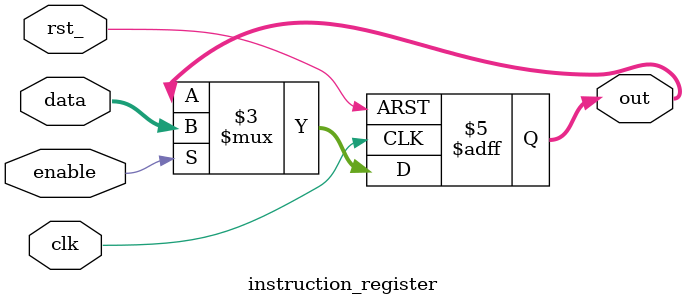
<source format=sv>
`timescale 1ns / 1ps

module instruction_register (

    input  logic clk,
    input  logic rst_,          
    input  logic enable,        // enable
    input  logic [7:0] data,    // data
    output logic [7:0] out      // out

);
    
always_ff @(posedge clk, negedge rst_) begin
      
    if(!rst_) begin
        
        out <= 8'b0;
        
    end else if (enable) begin
        
        out <= data;
    end   
end    
endmodule


</source>
